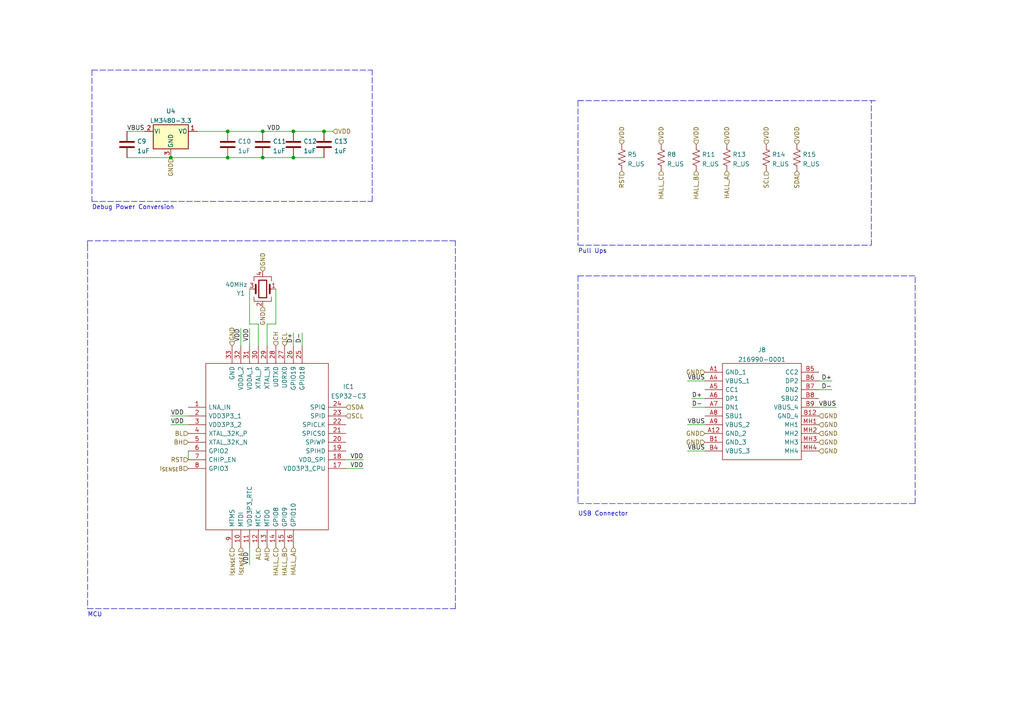
<source format=kicad_sch>
(kicad_sch (version 20211123) (generator eeschema)
  (paper "A4")
  (lib_symbols
    (symbol "Device:C" (pin_numbers hide) (pin_names (offset 0.254))
      (property "Reference" "C" (at 0.635 2.54 0))
      (property "Value" "C" (at 0.635 -2.54 0))
      (symbol "C_0_1"
        (polyline (pts (xy -2.032 -0.762) (xy 2.032 -0.762)) (stroke (width 0.508)))
        (polyline (pts (xy -2.032 0.762) (xy 2.032 0.762)) (stroke (width 0.508)))
      )
      (symbol "C_1_1"
        (pin passive line (at 0 3.81 270) (length 2.794) (name "~") (number "1"))
        (pin passive line (at 0 -3.81 90) (length 2.794) (name "~") (number "2"))
      )
    )
    (symbol "Device:Crystal_GND24" (pin_names (offset 1.016) hide)
      (property "Reference" "Y" (at 3.175 5.08 0))
      (property "Value" "Crystal_GND24" (at 3.175 3.175 0))
      (symbol "Crystal_GND24_0_1"
        (rectangle (start -1.143 2.54) (end 1.143 -2.54) (stroke (width 0.3048)))
        (polyline (pts (xy -2.54 0) (xy -2.032 0)))
        (polyline (pts (xy -2.032 -1.27) (xy -2.032 1.27)) (stroke (width 0.508)))
        (polyline (pts (xy 0 -3.81) (xy 0 -3.556)))
        (polyline (pts (xy 0 3.556) (xy 0 3.81)))
        (polyline (pts (xy 2.032 -1.27) (xy 2.032 1.27)) (stroke (width 0.508)))
        (polyline (pts (xy 2.032 0) (xy 2.54 0)))
        (polyline (pts (xy -2.54 -2.286) (xy -2.54 -3.556) (xy 2.54 -3.556) (xy 2.54 -2.286)))
        (polyline (pts (xy -2.54 2.286) (xy -2.54 3.556) (xy 2.54 3.556) (xy 2.54 2.286)))
      )
      (symbol "Crystal_GND24_1_1"
        (pin passive line (at -3.81 0 0) (length 1.27) (name "1") (number "1"))
        (pin passive line (at 0 5.08 270) (length 1.27) (name "2") (number "2"))
        (pin passive line (at 3.81 0 180) (length 1.27) (name "3") (number "3"))
        (pin passive line (at 0 -5.08 90) (length 1.27) (name "4") (number "4"))
      )
    )
    (symbol "Device:R_US" (pin_numbers hide) (pin_names (offset 0))
      (property "Reference" "R" (at 2.54 0 90))
      (property "Value" "R_US" (at -2.54 0 90))
      (symbol "R_US_0_1"
        (polyline (pts (xy 0 -2.286) (xy 0 -2.54)))
        (polyline (pts (xy 0 2.286) (xy 0 2.54)))
        (polyline (pts (xy 0 -0.762) (xy 1.016 -1.143) (xy 0 -1.524) (xy -1.016 -1.905) (xy 0 -2.286)))
        (polyline (pts (xy 0 0.762) (xy 1.016 0.381) (xy 0 0) (xy -1.016 -0.381) (xy 0 -0.762)))
        (polyline (pts (xy 0 2.286) (xy 1.016 1.905) (xy 0 1.524) (xy -1.016 1.143) (xy 0 0.762)))
      )
      (symbol "R_US_1_1"
        (pin passive line (at 0 3.81 270) (length 1.27) (name "~") (number "1"))
        (pin passive line (at 0 -3.81 90) (length 1.27) (name "~") (number "2"))
      )
    )
    (symbol "Regulator_Linear:LM3480-3.3" (pin_names (offset 0.254))
      (property "Reference" "U" (at -3.81 3.175 0))
      (property "Value" "LM3480-3.3" (at 0 3.175 0))
      (symbol "LM3480-3.3_0_1"
        (rectangle (start -5.08 1.905) (end 5.08 -5.08) (stroke (width 0.254)) (fill (type background)))
      )
      (symbol "LM3480-3.3_1_1"
        (pin power_out line (at 7.62 0 180) (length 2.54) (name "VO") (number "1"))
        (pin power_in line (at -7.62 0 0) (length 2.54) (name "VI") (number "2"))
        (pin power_in line (at 0 -7.62 90) (length 2.54) (name "GND") (number "3"))
      )
    )
    (symbol "SamacSys_Parts:216990-0001" (pin_names (offset 0.762))
      (property "Reference" "J" (at 29.21 7.62 0))
      (property "Value" "216990-0001" (at 29.21 5.08 0))
      (symbol "216990-0001_0_0"
        (pin passive line (at 0 0 0) (length 5.08) (name "GND_1") (number "A1"))
        (pin passive line (at 0 -17.78 0) (length 5.08) (name "GND_2") (number "A12"))
        (pin passive line (at 0 -2.54 0) (length 5.08) (name "VBUS_1") (number "A4"))
        (pin passive line (at 0 -5.08 0) (length 5.08) (name "CC1") (number "A5"))
        (pin passive line (at 0 -7.62 0) (length 5.08) (name "DP1") (number "A6"))
        (pin passive line (at 0 -10.16 0) (length 5.08) (name "DN1") (number "A7"))
        (pin passive line (at 0 -12.7 0) (length 5.08) (name "SBU1") (number "A8"))
        (pin passive line (at 0 -15.24 0) (length 5.08) (name "VBUS_2") (number "A9"))
        (pin passive line (at 0 -20.32 0) (length 5.08) (name "GND_3") (number "B1"))
        (pin passive line (at 33.02 -12.7 180) (length 5.08) (name "GND_4") (number "B12"))
        (pin passive line (at 0 -22.86 0) (length 5.08) (name "VBUS_3") (number "B4"))
        (pin passive line (at 33.02 0 180) (length 5.08) (name "CC2") (number "B5"))
        (pin passive line (at 33.02 -2.54 180) (length 5.08) (name "DP2") (number "B6"))
        (pin passive line (at 33.02 -5.08 180) (length 5.08) (name "DN2") (number "B7"))
        (pin passive line (at 33.02 -7.62 180) (length 5.08) (name "SBU2") (number "B8"))
        (pin passive line (at 33.02 -10.16 180) (length 5.08) (name "VBUS_4") (number "B9"))
        (pin passive line (at 33.02 -15.24 180) (length 5.08) (name "MH1") (number "MH1"))
        (pin passive line (at 33.02 -17.78 180) (length 5.08) (name "MH2") (number "MH2"))
        (pin passive line (at 33.02 -20.32 180) (length 5.08) (name "MH3") (number "MH3"))
        (pin passive line (at 33.02 -22.86 180) (length 5.08) (name "MH4") (number "MH4"))
      )
      (symbol "216990-0001_0_1"
        (polyline (pts (xy 5.08 2.54) (xy 27.94 2.54) (xy 27.94 -25.4) (xy 5.08 -25.4) (xy 5.08 2.54)) (stroke (width 0.1524)))
      )
    )
    (symbol "SamacSys_Parts:ESP32-C3" (pin_names (offset 0.762))
      (property "Reference" "IC" (at 41.91 17.78 0))
      (property "Value" "ESP32-C3" (at 41.91 15.24 0))
      (symbol "ESP32-C3_0_0"
        (pin passive line (at 0 0 0) (length 5.08) (name "LNA_IN") (number "1"))
        (pin passive line (at 15.24 -40.64 90) (length 5.08) (name "MTDI") (number "10"))
        (pin passive line (at 17.78 -40.64 90) (length 5.08) (name "VDD3P3_RTC") (number "11"))
        (pin passive line (at 20.32 -40.64 90) (length 5.08) (name "MTCK") (number "12"))
        (pin passive line (at 22.86 -40.64 90) (length 5.08) (name "MTDO") (number "13"))
        (pin passive line (at 25.4 -40.64 90) (length 5.08) (name "GPIO8") (number "14"))
        (pin passive line (at 27.94 -40.64 90) (length 5.08) (name "GPIO9") (number "15"))
        (pin passive line (at 30.48 -40.64 90) (length 5.08) (name "GPIO10") (number "16"))
        (pin passive line (at 45.72 -17.78 180) (length 5.08) (name "VDD3P3_CPU") (number "17"))
        (pin passive line (at 45.72 -15.24 180) (length 5.08) (name "VDD_SPI") (number "18"))
        (pin passive line (at 45.72 -12.7 180) (length 5.08) (name "SPIHD") (number "19"))
        (pin passive line (at 0 -2.54 0) (length 5.08) (name "VDD3P3_1") (number "2"))
        (pin passive line (at 45.72 -10.16 180) (length 5.08) (name "SPIWP") (number "20"))
        (pin passive line (at 45.72 -7.62 180) (length 5.08) (name "SPICS0") (number "21"))
        (pin passive line (at 45.72 -5.08 180) (length 5.08) (name "SPICLK") (number "22"))
        (pin passive line (at 45.72 -2.54 180) (length 5.08) (name "SPID") (number "23"))
        (pin passive line (at 45.72 0 180) (length 5.08) (name "SPIQ") (number "24"))
        (pin passive line (at 33.02 17.78 270) (length 5.08) (name "GPIO18") (number "25"))
        (pin passive line (at 30.48 17.78 270) (length 5.08) (name "GPIO19") (number "26"))
        (pin passive line (at 27.94 17.78 270) (length 5.08) (name "U0RXD") (number "27"))
        (pin passive line (at 25.4 17.78 270) (length 5.08) (name "U0TXD") (number "28"))
        (pin passive line (at 22.86 17.78 270) (length 5.08) (name "XTAL_N") (number "29"))
        (pin passive line (at 0 -5.08 0) (length 5.08) (name "VDD3P3_2") (number "3"))
        (pin passive line (at 20.32 17.78 270) (length 5.08) (name "XTAL_P") (number "30"))
        (pin passive line (at 17.78 17.78 270) (length 5.08) (name "VDDA_1") (number "31"))
        (pin passive line (at 15.24 17.78 270) (length 5.08) (name "VDDA_2") (number "32"))
        (pin passive line (at 12.7 17.78 270) (length 5.08) (name "GND") (number "33"))
        (pin passive line (at 0 -7.62 0) (length 5.08) (name "XTAL_32K_P") (number "4"))
        (pin passive line (at 0 -10.16 0) (length 5.08) (name "XTAL_32K_N") (number "5"))
        (pin passive line (at 0 -12.7 0) (length 5.08) (name "GPIO2") (number "6"))
        (pin passive line (at 0 -15.24 0) (length 5.08) (name "CHIP_EN") (number "7"))
        (pin passive line (at 0 -17.78 0) (length 5.08) (name "GPIO3") (number "8"))
        (pin passive line (at 12.7 -40.64 90) (length 5.08) (name "MTMS") (number "9"))
      )
      (symbol "ESP32-C3_0_1"
        (polyline (pts (xy 5.08 12.7) (xy 40.64 12.7) (xy 40.64 -35.56) (xy 5.08 -35.56) (xy 5.08 12.7)) (stroke (width 0.1524)))
      )
    )
  )
  (junction (at 85.09 38.1))
  (junction (at 85.09 45.72))
  (junction (at 66.04 45.72))
  (junction (at 49.53 45.72))
  (junction (at 76.2 45.72))
  (junction (at 66.04 38.1))
  (junction (at 76.2 38.1))
  (junction (at 93.98 38.1))
  (wire (pts (xy 100.33 133.35) (xy 105.41 133.35)))
  (polyline (pts (xy 26.67 58.42) (xy 107.95 58.42)))
  (wire (pts (xy 69.85 95.25) (xy 69.85 100.33)))
  (wire (pts (xy 74.93 93.98) (xy 72.39 93.98)))
  (polyline (pts (xy 167.64 80.01) (xy 265.43 80.01)))
  (wire (pts (xy 241.3 110.49) (xy 237.49 110.49)))
  (wire (pts (xy 85.09 100.33) (xy 85.09 96.52)))
  (polyline (pts (xy 107.95 58.42) (xy 107.95 20.32)))
  (polyline (pts (xy 167.64 29.21) (xy 167.64 71.12)))
  (polyline (pts (xy 265.43 146.05) (xy 265.43 80.01)))
  (wire (pts (xy 85.09 45.72) (xy 93.98 45.72)))
  (wire (pts (xy 74.93 100.33) (xy 74.93 93.98)))
  (polyline (pts (xy 252.73 71.12) (xy 252.73 29.21)))
  (polyline (pts (xy 167.64 71.12) (xy 252.73 71.12)))
  (wire (pts (xy 100.33 135.89) (xy 105.41 135.89)))
  (polyline (pts (xy 25.4 176.53) (xy 132.08 176.53)))
  (wire (pts (xy 77.47 100.33) (xy 77.47 93.98)))
  (wire (pts (xy 49.53 45.72) (xy 36.83 45.72)))
  (polyline (pts (xy 25.4 69.85) (xy 25.4 71.12)))
  (wire (pts (xy 66.04 45.72) (xy 76.2 45.72)))
  (polyline (pts (xy 167.64 29.21) (xy 254 29.21)))
  (wire (pts (xy 199.39 123.19) (xy 204.47 123.19)))
  (wire (pts (xy 200.66 118.11) (xy 204.47 118.11)))
  (wire (pts (xy 237.49 118.11) (xy 242.57 118.11)))
  (wire (pts (xy 49.53 45.72) (xy 66.04 45.72)))
  (wire (pts (xy 80.01 93.98) (xy 80.01 83.82)))
  (polyline (pts (xy 132.08 176.53) (xy 132.08 69.85)))
  (wire (pts (xy 199.39 110.49) (xy 204.47 110.49)))
  (polyline (pts (xy 26.67 20.32) (xy 26.67 58.42)))
  (wire (pts (xy 66.04 38.1) (xy 76.2 38.1)))
  (polyline (pts (xy 25.4 71.12) (xy 25.4 176.53)))
  (wire (pts (xy 66.04 38.1) (xy 57.15 38.1)))
  (wire (pts (xy 237.49 113.03) (xy 241.3 113.03)))
  (wire (pts (xy 54.61 123.19) (xy 49.53 123.19)))
  (wire (pts (xy 85.09 38.1) (xy 93.98 38.1)))
  (wire (pts (xy 77.47 93.98) (xy 80.01 93.98)))
  (polyline (pts (xy 26.67 20.32) (xy 107.95 20.32)))
  (wire (pts (xy 72.39 93.98) (xy 72.39 83.82)))
  (wire (pts (xy 204.47 115.57) (xy 200.66 115.57)))
  (wire (pts (xy 72.39 95.25) (xy 72.39 100.33)))
  (wire (pts (xy 54.61 120.65) (xy 49.53 120.65)))
  (polyline (pts (xy 167.64 146.05) (xy 265.43 146.05)))
  (polyline (pts (xy 132.08 69.85) (xy 25.4 69.85)))
  (wire (pts (xy 76.2 45.72) (xy 85.09 45.72)))
  (wire (pts (xy 199.39 130.81) (xy 204.47 130.81)))
  (wire (pts (xy 76.2 38.1) (xy 85.09 38.1)))
  (wire (pts (xy 87.63 96.52) (xy 87.63 100.33)))
  (polyline (pts (xy 167.64 29.21) (xy 168.91 29.21)))
  (wire (pts (xy 72.39 158.75) (xy 72.39 163.83)))
  (wire (pts (xy 36.83 38.1) (xy 41.91 38.1)))
  (wire (pts (xy 54.61 130.81) (xy 54.61 133.35)))
  (polyline (pts (xy 167.64 80.01) (xy 167.64 146.05)))
  (wire (pts (xy 96.52 38.1) (xy 93.98 38.1)))
  (text "Debug Power Conversion\n" (at 26.67 60.96 0) (effects (font (size 1.27 1.27)) (justify left bottom)))
  (text "USB Connector\n" (at 167.64 149.86 0) (effects (font (size 1.27 1.27)) (justify left bottom)))
  (text "MCU\n" (at 25.4 179.07 0) (effects (font (size 1.27 1.27)) (justify left bottom)))
  (text "Pull Ups\n" (at 167.64 73.66 0) (effects (font (size 1.27 1.27)) (justify left bottom)))
  (label "VBUS" (at 199.39 123.19 0))
  (label "VBUS" (at 199.39 110.49 0))
  (label "VDD" (at 105.41 133.35 180))
  (label "D+" (at 200.66 115.57 0))
  (label "D-" (at 241.3 113.03 180))
  (label "VDD" (at 72.39 163.83 90))
  (label "D-" (at 87.63 96.52 270))
  (label "VDD" (at 69.85 95.25 270))
  (label "VDD" (at 72.39 95.25 270))
  (label "VBUS" (at 36.83 38.1 0))
  (label "D+" (at 241.3 110.49 180))
  (label "VDD" (at 105.41 135.89 180))
  (label "VDD" (at 49.53 120.65 0))
  (label "VBUS" (at 199.39 130.81 0))
  (label "VDD" (at 49.53 123.19 0))
  (label "VDD" (at 77.47 38.1 0))
  (label "D-" (at 200.66 118.11 0))
  (label "D+" (at 85.09 96.52 270))
  (label "VBUS" (at 242.57 118.11 180))
  (hierarchical_label "VDD" (shape input) (at 231.14 41.91 90))
  (hierarchical_label "SDA" (shape input) (at 231.14 49.53 270))
  (hierarchical_label "I_{SENSE}C" (shape input) (at 67.31 158.75 270))
  (hierarchical_label "RST" (shape input) (at 180.34 49.53 270))
  (hierarchical_label "CH" (shape input) (at 80.01 100.33 90))
  (hierarchical_label "GND" (shape input) (at 237.49 120.65 0))
  (hierarchical_label "SDA" (shape input) (at 100.33 118.11 0))
  (hierarchical_label "GND" (shape input) (at 67.31 100.33 90))
  (hierarchical_label "GND" (shape input) (at 49.53 45.72 270))
  (hierarchical_label "SCL" (shape input) (at 222.25 49.53 270))
  (hierarchical_label "GND" (shape input) (at 237.49 125.73 0))
  (hierarchical_label "AH" (shape input) (at 77.47 158.75 270))
  (hierarchical_label "VDD" (shape input) (at 180.34 41.91 90))
  (hierarchical_label "CL" (shape input) (at 82.55 100.33 90))
  (hierarchical_label "GND" (shape input) (at 204.47 107.95 180))
  (hierarchical_label "VDD" (shape input) (at 96.52 38.1 0))
  (hierarchical_label "GND" (shape input) (at 237.49 128.27 0))
  (hierarchical_label "I_{SENSE}A" (shape input) (at 69.85 158.75 270))
  (hierarchical_label "HALL_A" (shape input) (at 210.82 49.53 270))
  (hierarchical_label "GND" (shape input) (at 204.47 128.27 180))
  (hierarchical_label "I_{SENSE}B" (shape input) (at 54.61 135.89 180))
  (hierarchical_label "HALL_C" (shape input) (at 80.01 158.75 270))
  (hierarchical_label "GND" (shape input) (at 237.49 123.19 0))
  (hierarchical_label "VDD" (shape input) (at 201.93 41.91 90))
  (hierarchical_label "GND" (shape input) (at 204.47 125.73 180))
  (hierarchical_label "VDD" (shape input) (at 210.82 41.91 90))
  (hierarchical_label "GND" (shape input) (at 76.2 88.9 270))
  (hierarchical_label "HALL_B" (shape input) (at 82.55 158.75 270))
  (hierarchical_label "GND" (shape input) (at 237.49 130.81 0))
  (hierarchical_label "SCL" (shape input) (at 100.33 120.65 0))
  (hierarchical_label "GND" (shape input) (at 76.2 78.74 90))
  (hierarchical_label "HALL_A" (shape input) (at 85.09 158.75 270))
  (hierarchical_label "AL" (shape input) (at 74.93 158.75 270))
  (hierarchical_label "BL" (shape input) (at 54.61 125.73 180))
  (hierarchical_label "HALL_C" (shape input) (at 191.77 49.53 270))
  (hierarchical_label "BH" (shape input) (at 54.61 128.27 180))
  (hierarchical_label "HALL_B" (shape input) (at 201.93 49.53 270))
  (hierarchical_label "VDD" (shape input) (at 191.77 41.91 90))
  (hierarchical_label "RST" (shape input) (at 54.61 133.35 180))
  (hierarchical_label "VDD" (shape input) (at 222.25 41.91 90))
  (symbol (lib_id "Device:R_US") (at 180.34 45.72 0) (unit 1)
    (property "Reference" "R5" (at 181.991 44.8115 0) (effects (justify left)))
    (property "Value" "R_US" (at 181.991 47.5866 0) (effects (justify left)))
    (property "Footprint" "Resistor_SMD:R_0603_1608Metric" (effects hide))
  )
  (symbol (lib_id "Device:C") (at 36.83 41.91 0) (unit 1)
    (property "Reference" "C9" (at 39.751 41.0015 0) (effects (justify left)))
    (property "Value" "1uF" (at 39.751 43.7766 0) (effects (justify left)))
    (property "Footprint" "Capacitor_SMD:C_0603_1608Metric" (effects hide))
  )
  (symbol (lib_id "Device:C") (at 85.09 41.91 0) (unit 1)
    (property "Reference" "C12" (at 88.011 41.0015 0) (effects (justify left)))
    (property "Value" "1uF" (at 88.011 43.7766 0) (effects (justify left)))
    (property "Footprint" "Capacitor_SMD:C_0603_1608Metric" (effects hide))
  )
  (symbol (lib_id "Device:Crystal_GND24") (at 76.2 83.82 180) (unit 1)
    (property "Reference" "Y1" (at 69.85 85.09 0))
    (property "Value" "40MHz" (at 68.58 82.55 0))
    (property "Footprint" "Crystal:Crystal_SMD_SeikoEpson_TSX3225-4Pin_3.2x2.5mm" (effects hide))
    (property "Datasheet" "https://abracon.com/Resonators/ABM12W.pdf" (effects hide))
  )
  (symbol (lib_id "Device:R_US") (at 191.77 45.72 0) (unit 1)
    (property "Reference" "R8" (at 193.421 44.8115 0) (effects (justify left)))
    (property "Value" "R_US" (at 193.421 47.5866 0) (effects (justify left)))
    (property "Footprint" "Resistor_SMD:R_0603_1608Metric" (effects hide))
  )
  (symbol (lib_id "Device:C") (at 93.98 41.91 0) (unit 1)
    (property "Reference" "C13" (at 96.901 41.0015 0) (effects (justify left)))
    (property "Value" "1uF" (at 96.901 43.7766 0) (effects (justify left)))
    (property "Footprint" "Capacitor_SMD:C_0603_1608Metric" (effects hide))
  )
  (symbol (lib_id "Device:C") (at 66.04 41.91 0) (unit 1)
    (property "Reference" "C10" (at 68.961 41.0015 0) (effects (justify left)))
    (property "Value" "1uF" (at 68.961 43.7766 0) (effects (justify left)))
    (property "Footprint" "Capacitor_SMD:C_0603_1608Metric" (effects hide))
  )
  (symbol (lib_id "Device:R_US") (at 222.25 45.72 0) (unit 1)
    (property "Reference" "R14" (at 223.901 44.8115 0) (effects (justify left)))
    (property "Value" "R_US" (at 223.901 47.5866 0) (effects (justify left)))
    (property "Footprint" "Resistor_SMD:R_0603_1608Metric" (effects hide))
  )
  (symbol (lib_id "Device:C") (at 76.2 41.91 0) (unit 1)
    (property "Reference" "C11" (at 79.121 41.0015 0) (effects (justify left)))
    (property "Value" "1uF" (at 79.121 43.7766 0) (effects (justify left)))
    (property "Footprint" "Capacitor_SMD:C_0603_1608Metric" (effects hide))
  )
  (symbol (lib_id "Regulator_Linear:LM3480-3.3") (at 49.53 38.1 0) (unit 1)
    (property "Reference" "U4" (at 49.53 32.2285 0))
    (property "Value" "LM3480-3.3" (at 49.53 35.0036 0))
    (property "Footprint" "Package_TO_SOT_SMD:SOT-23" (effects hide))
    (property "Datasheet" "http://www.ti.com/lit/ds/symlink/lm3480.pdf" (effects hide))
  )
  (symbol (lib_id "SamacSys_Parts:216990-0001") (at 204.47 107.95 0) (unit 1)
    (property "Reference" "J8" (at 220.98 101.4943 0))
    (property "Value" "216990-0001" (at 220.98 104.2694 0))
    (property "Footprint" "2169900001" (effects hide))
    (property "Datasheet" "https://www.molex.com/pdm_docs/sd/2169900001_sd.pdf" (effects hide))
    (property "Description" "MOLEX - 216990-0001 - USB Connector, USB Type C, USB 2.0, Receptacle, 16 Ways, Surface Mount, Right Angle{0000}" (effects hide))
    (property "Height" "3.36" (effects hide))
    (property "Mouser Part Number" "538-216990-0001" (effects hide))
    (property "Mouser Price/Stock" "https://www.mouser.co.uk/ProductDetail/Molex/216990-0001?qs=DRkmTr78QAS%252B9wQ3YlpV3Q%3D%3D" (effects hide))
    (property "Manufacturer_Name" "Molex" (effects hide))
    (property "Manufacturer_Part_Number" "216990-0001" (effects hide))
  )
  (symbol (lib_id "Device:R_US") (at 231.14 45.72 0) (unit 1)
    (property "Reference" "R15" (at 232.791 44.8115 0) (effects (justify left)))
    (property "Value" "R_US" (at 232.791 47.5866 0) (effects (justify left)))
    (property "Footprint" "Resistor_SMD:R_0603_1608Metric" (effects hide))
  )
  (symbol (lib_id "SamacSys_Parts:ESP32-C3") (at 54.61 118.11 0) (unit 1)
    (property "Reference" "IC1" (at 101.0903 112.1367 0))
    (property "Value" "ESP32-C3" (at 101.0903 114.9118 0))
    (property "Footprint" "QFN50P500X500X90-33N-D" (effects hide))
    (property "Datasheet" "https://www.espressif.com/sites/default/files/documentation/esp32-c3_datasheet_en.pdf" (effects hide))
    (property "Description" "Ultra-Low-Power SoC with RISC-V Single-Core CPU" (effects hide))
    (property "Height" "0.9" (effects hide))
    (property "Mouser Part Number" "356-ESP32-C3" (effects hide))
    (property "Mouser Price/Stock" "https://www.mouser.co.uk/ProductDetail/Espressif-Systems/ESP32-C3?qs=iLbezkQI%252BsiMXe7tMG%252Bo%2FA%3D%3D" (effects hide))
    (property "Manufacturer_Name" "Espressif Systems" (effects hide))
    (property "Manufacturer_Part_Number" "ESP32-C3" (effects hide))
  )
  (symbol (lib_id "Device:R_US") (at 201.93 45.72 0) (unit 1)
    (property "Reference" "R11" (at 203.581 44.8115 0) (effects (justify left)))
    (property "Value" "R_US" (at 203.581 47.5866 0) (effects (justify left)))
    (property "Footprint" "Resistor_SMD:R_0603_1608Metric" (effects hide))
  )
  (symbol (lib_id "Device:R_US") (at 210.82 45.72 0) (unit 1)
    (property "Reference" "R13" (at 212.471 44.8115 0) (effects (justify left)))
    (property "Value" "R_US" (at 212.471 47.5866 0) (effects (justify left)))
    (property "Footprint" "Resistor_SMD:R_0603_1608Metric" (effects hide))
  )
)
</source>
